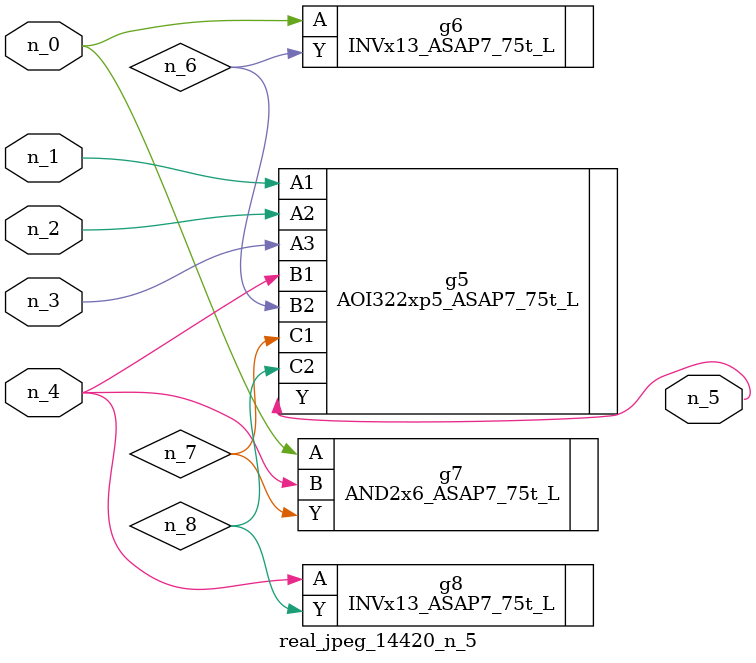
<source format=v>
module real_jpeg_14420_n_5 (n_4, n_0, n_1, n_2, n_3, n_5);

input n_4;
input n_0;
input n_1;
input n_2;
input n_3;

output n_5;

wire n_8;
wire n_6;
wire n_7;

INVx13_ASAP7_75t_L g6 ( 
.A(n_0),
.Y(n_6)
);

AND2x6_ASAP7_75t_L g7 ( 
.A(n_0),
.B(n_4),
.Y(n_7)
);

AOI322xp5_ASAP7_75t_L g5 ( 
.A1(n_1),
.A2(n_2),
.A3(n_3),
.B1(n_4),
.B2(n_6),
.C1(n_7),
.C2(n_8),
.Y(n_5)
);

INVx13_ASAP7_75t_L g8 ( 
.A(n_4),
.Y(n_8)
);


endmodule
</source>
